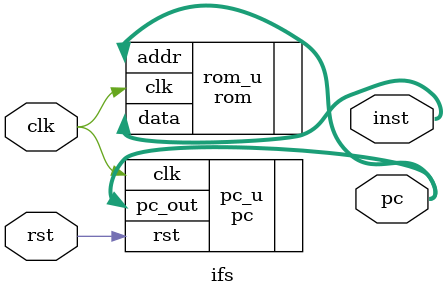
<source format=v>
module ifs(
    input clk,
    input rst,
    output [31:0] pc,
    output [31:0] inst
);

pc pc_u(
    .clk(clk),
    .rst(rst),
    .pc_out(pc)
);

rom rom_u(
    .clk(clk),
    .addr(pc),
    .data(inst)
);

endmodule

</source>
